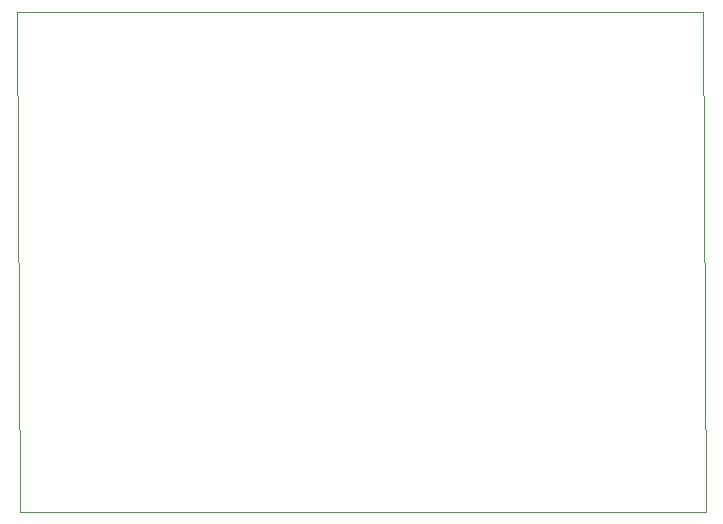
<source format=gbr>
G04 EAGLE Gerber RS-274X export*
G75*
%MOMM*%
%FSLAX34Y34*%
%LPD*%
%IN*%
%IPPOS*%
%AMOC8*
5,1,8,0,0,1.08239X$1,22.5*%
G01*
%ADD10C,0.000000*%


D10*
X320040Y237490D02*
X900940Y237490D01*
X898400Y660300D01*
X317500Y660300D01*
X320040Y237490D01*
M02*

</source>
